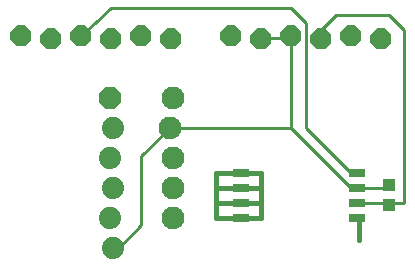
<source format=gtl>
G75*
G70*
%OFA0B0*%
%FSLAX24Y24*%
%IPPOS*%
%LPD*%
%AMOC8*
5,1,8,0,0,1.08239X$1,22.5*
%
%ADD10OC8,0.0700*%
%ADD11R,0.0394X0.0433*%
%ADD12C,0.0760*%
%ADD13OC8,0.0740*%
%ADD14C,0.0740*%
%ADD15R,0.0530X0.0270*%
%ADD16C,0.0160*%
%ADD17C,0.0100*%
D10*
X003643Y009051D03*
X002643Y009151D03*
X004643Y009151D03*
X005643Y009051D03*
X006643Y009151D03*
X007643Y009051D03*
X009643Y009151D03*
X010643Y009051D03*
X011643Y009151D03*
X012643Y009051D03*
X013643Y009151D03*
X014643Y009051D03*
D11*
X014893Y004185D03*
X014893Y003516D03*
D12*
X007693Y003101D03*
X007693Y004101D03*
X007693Y005101D03*
X007593Y006101D03*
X007693Y007101D03*
D13*
X005593Y007101D03*
D14*
X005593Y003101D03*
X005693Y004101D03*
X005593Y005101D03*
X005693Y006101D03*
X005693Y002101D03*
D15*
X009958Y003101D03*
X009958Y003601D03*
X009958Y004101D03*
X009958Y004601D03*
X013828Y004601D03*
X013828Y004101D03*
X013828Y003601D03*
X013828Y003101D03*
D16*
X013893Y003101D02*
X013893Y002351D01*
X010643Y003101D02*
X009143Y003101D01*
X009143Y003601D01*
X010643Y003601D01*
X010643Y003101D01*
X010643Y003601D02*
X010643Y004101D01*
X009143Y004101D01*
X009143Y004601D01*
X010643Y004601D01*
X010643Y004101D01*
X009143Y004101D02*
X009143Y003601D01*
D17*
X006643Y002851D02*
X005893Y002101D01*
X005693Y002101D01*
X006643Y002851D02*
X006643Y005151D01*
X007593Y006101D01*
X011643Y006101D01*
X011643Y009101D01*
X011643Y009151D01*
X011643Y009101D02*
X010643Y009101D01*
X010643Y009051D01*
X011643Y010101D02*
X012143Y009601D01*
X012143Y006101D01*
X013643Y004601D01*
X013828Y004601D01*
X013828Y004101D02*
X013643Y004101D01*
X011643Y006101D01*
X013828Y004101D02*
X014808Y004101D01*
X014893Y004185D01*
X015393Y003601D02*
X015393Y009351D01*
X014893Y009851D01*
X013143Y009851D01*
X012643Y009351D01*
X012643Y009051D01*
X011643Y010101D02*
X005643Y010101D01*
X004643Y009151D01*
X004643Y009101D01*
X013828Y003601D02*
X013912Y003516D01*
X013828Y003601D02*
X015393Y003601D01*
M02*

</source>
